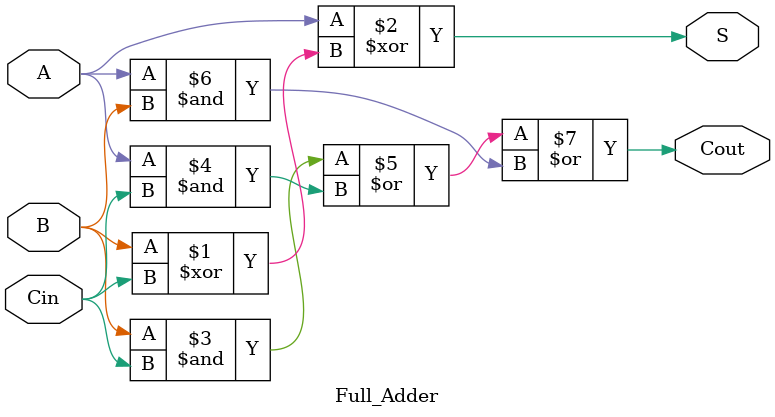
<source format=v>
`timescale 1ns / 1ps


module Full_Adder(
    input A,
    input B,
    input Cin,
    output S,
    output Cout
    );
    
    assign S = A ^ (B ^ Cin);
    assign Cout = (B & Cin)|(A & Cin)|(A & B);
    
endmodule

</source>
